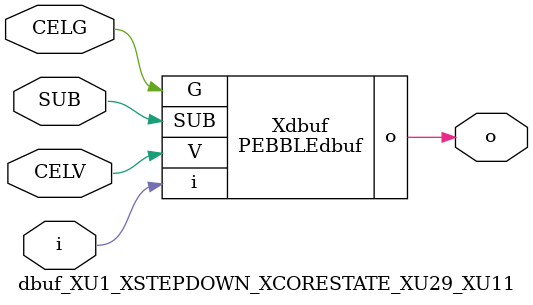
<source format=v>



module PEBBLEdbuf ( o, G, SUB, V, i );

  input V;
  input i;
  input G;
  output o;
  input SUB;
endmodule

//Celera Confidential Do Not Copy dbuf_XU1_XSTEPDOWN_XCORESTATE_XU29_XU11
//Celera Confidential Symbol Generator
//Digital Buffer
module dbuf_XU1_XSTEPDOWN_XCORESTATE_XU29_XU11 (CELV,CELG,i,o,SUB);
input CELV;
input CELG;
input i;
input SUB;
output o;

//Celera Confidential Do Not Copy dbuf
PEBBLEdbuf Xdbuf(
.V (CELV),
.i (i),
.o (o),
.SUB (SUB),
.G (CELG)
);
//,diesize,PEBBLEdbuf

//Celera Confidential Do Not Copy Module End
//Celera Schematic Generator
endmodule

</source>
